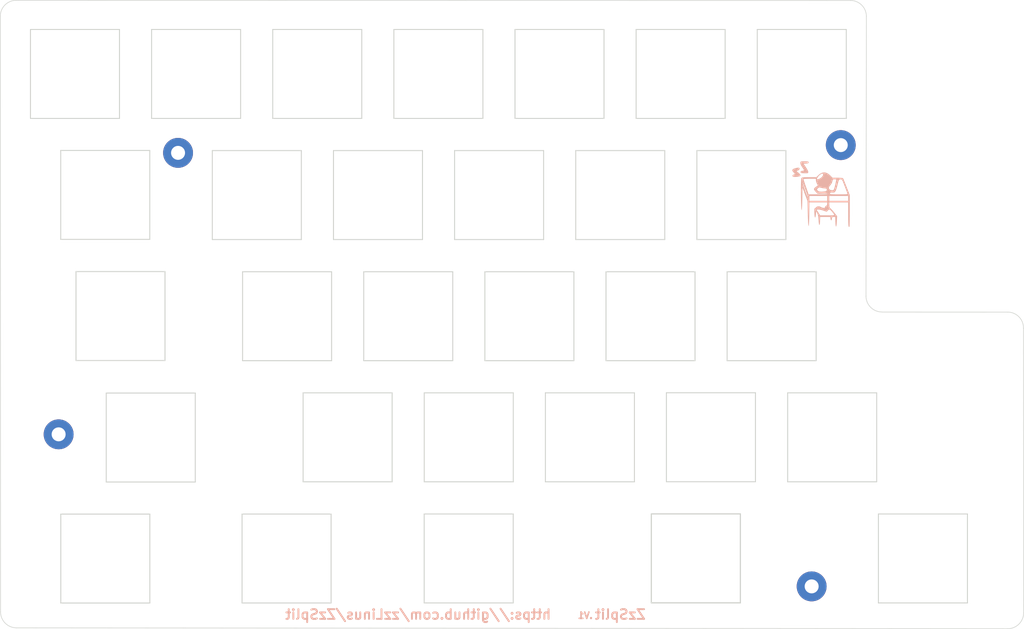
<source format=kicad_pcb>
(kicad_pcb (version 20211014) (generator pcbnew)
  (layers (0 "F.Cu" signal) (31 "B.Cu" signal) (34 "B.Paste" user) (35 "F.Paste" user) (36 "B.SilkS" user "B.Silkscreen") (37 "F.SilkS" user "F.Silkscreen") (38 "B.Mask" user) (39 "F.Mask" user) (44 "Edge.Cuts" user))
  (net 0 "")
  (footprint "SofleKeyboard-footprint:HOLE_M2_TH" (layer "F.Cu") (at 64.695 104.325)
    (fp_text reference "TH5" hide)
    (fp_text value "HOLE" hide)
    (pad "" thru_hole circle locked (at -0.025 -0.075 90) (size 4.7 4.7) (drill 2.2) (layers *.Cu *.Mask "Dwgs.User") (clearance 0.3))
  )
  (footprint "SofleKeyboard-footprint:HOLE_M2_TH" (layer "F.Cu") (at 183.115 128.255)
    (fp_text reference "TH5" hide)
    (fp_text value "HOLE" hide)
    (pad "" thru_hole circle locked (at -0.025 -0.075 90) (size 4.7 4.7) (drill 2.2) (layers *.Cu *.Mask "Dwgs.User") (clearance 0.3))
  )
  (footprint "SofleKeyboard-footprint:HOLE_M2_TH" (layer "F.Cu") (at 187.695 58.805)
    (fp_text reference "TH5" hide)
    (fp_text value "HOLE" hide)
    (pad "" thru_hole circle locked (at -0.025 -0.075 90) (size 4.7 4.7) (drill 2.2) (layers *.Cu *.Mask "Dwgs.User") (clearance 0.3))
  )
  (footprint "SofleKeyboard-footprint:HOLE_M2_TH" (layer "F.Cu") (at 83.475 60.025)
    (fp_text reference "TH5" hide)
    (fp_text value "HOLE" hide)
    (pad "" thru_hole circle locked (at -0.025 -0.075 90) (size 4.7 4.7) (drill 2.2) (layers *.Cu *.Mask "Dwgs.User") (clearance 0.3))
  )
  (footprint "logo:melogo" (layer "B.Cu") (at 185.108729 66.481602 180)
    (fp_text reference ".V1" (at 37.62 -66.28) (layer "B.SilkS") (effects (font (thickness 0.25)) (justify mirror)))
    (fp_text value "LOGO" hide)
    (fp_poly (pts (xy 3.455836 5.204695) (xy 3.646913 5.188828) (xy 3.743141 5.145973) (xy 3.781761 5.062703) (xy 3.795033 4.968198) (xy 3.762767 4.733185) (xy 3.611161 4.42931) (xy 3.519867 4.290131) (xy 3.362275 4.052856) (xy 3.252843 3.871924) (xy 3.217334 3.793464) (xy 3.291434 3.747233) (xy 3.471898 3.711678) (xy 3.4925 3.709531) (xy 3.691798 3.663059) (xy 3.764529 3.557851) (xy 3.767667 3.513666) (xy 3.748606 3.421135) (xy 3.666753 3.366263) (xy 3.485099 3.33609) (xy 3.213746 3.319699) (xy 2.921156 3.315601) (xy 2.699055 3.329017) (xy 2.599912 3.354977) (xy 2.544407 3.477504) (xy 2.57921 3.663618) (xy 2.711955 3.935458) (xy 2.910003 4.25428) (xy 3.280006 4.81762) (xy 2.888836 4.842977) (xy 2.644975 4.87089) (xy 2.528522 4.926809) (xy 2.497709 5.031525) (xy 2.497667 5.037666) (xy 2.512665 5.124245) (xy 2.581053 5.175043) (xy 2.737921 5.199421) (xy 3.018363 5.206734) (xy 3.132667 5.207)) (layer "B.SilkS") (width 0) (fill solid))
    (fp_poly (pts (xy 4.252698 4.195565) (xy 4.544558 4.134646) (xy 4.879146 4.022368) (xy 5.048686 3.884727) (xy 5.056409 3.715205) (xy 4.905549 3.507283) (xy 4.871855 3.474641) (xy 4.70334 3.294272) (xy 4.673693 3.186457) (xy 4.781384 3.129078) (xy 4.847167 3.117388) (xy 5.00645 3.033278) (xy 5.037667 2.921) (xy 4.988988 2.804631) (xy 4.830969 2.745613) (xy 4.54564 2.741166) (xy 4.149424 2.78369) (xy 3.874383 2.850876) (xy 3.758868 2.958848) (xy 3.802051 3.114705) (xy 4.003098 3.325546) (xy 4.078643 3.388253) (xy 4.279557 3.554462) (xy 4.361036 3.646537) (xy 4.337248 3.694381) (xy 4.237835 3.72427) (xy 4.034359 3.820999) (xy 3.919651 3.967846) (xy 3.924373 4.118103) (xy 3.953794 4.156994) (xy 4.059995 4.204553)) (layer "B.SilkS") (width 0) (fill solid))
    (fp_poly (pts (xy 0.304961 3.434152) (xy 0.700635 3.242919) (xy 0.939954 3.039379) (xy 1.27 2.709333) (xy 2.410021 2.709333) (xy 2.872488 2.707462) (xy 3.194293 2.699266) (xy 3.404089 2.680869) (xy 3.530532 2.648398) (xy 3.602273 2.597975) (xy 3.638991 2.54313) (xy 3.663394 2.415885) (xy 3.682485 2.152403) (xy 3.696467 1.778) (xy 3.705544 1.317991) (xy 3.709922 0.797692) (xy 3.709803 0.242418) (xy 3.705393 -0.322514) (xy 3.696895 -0.871789) (xy 3.684514 -1.380091) (xy 3.668453 -1.822105) (xy 3.648918 -2.172515) (xy 3.626112 -2.406005) (xy 3.600239 -2.49726) (xy 3.598334 -2.497667) (xy 3.567225 -2.414946) (xy 3.539707 -2.174519) (xy 3.516503 -1.787989) (xy 3.498338 -1.266959) (xy 3.487293 -0.719667) (xy 3.460918 1.058333) (xy 3.06617 0) (xy 2.671422 -1.058334) (xy 2.626878 -3.02708) (xy 2.606005 -3.751089) (xy 2.580765 -4.311238) (xy 2.552538 -4.706912) (xy 2.522701 -4.937497) (xy 2.492634 -5.002374) (xy 2.463715 -4.900931) (xy 2.437321 -4.632549) (xy 2.414833 -4.196615) (xy 2.397628 -3.592512) (xy 2.390214 -3.132771) (xy 2.367427 -1.27) (xy -0.423333 -1.27) (xy -0.423333 -1.514125) (xy -0.38143 -1.715205) (xy -0.243003 -1.805408) (xy -0.110924 -1.889682) (xy -0.113346 -1.984616) (xy -0.085115 -2.075544) (xy 0.053282 -2.11746) (xy 0.249743 -2.109762) (xy 0.452169 -2.051846) (xy 0.555318 -1.99236) (xy 0.767488 -1.894455) (xy 1.002559 -1.870437) (xy 1.19089 -1.922071) (xy 1.244626 -1.974885) (xy 1.378989 -2.099862) (xy 1.463817 -2.142834) (xy 1.536811 -2.18963) (xy 1.579461 -2.286911) (xy 1.597286 -2.469359) (xy 1.595805 -2.771654) (xy 1.590817 -2.940782) (xy 1.566131 -3.321877) (xy 1.526087 -3.561565) (xy 1.477186 -3.653935) (xy 1.425931 -3.593076) (xy 1.378826 -3.373076) (xy 1.354667 -3.155443) (xy 1.312334 -2.667) (xy 1.143 -2.963334) (xy 1.043666 -3.20094) (xy 0.976885 -3.525855) (xy 0.935172 -3.976284) (xy 0.931334 -4.043582) (xy 0.898119 -4.454037) (xy 0.854546 -4.717403) (xy 0.806533 -4.829457) (xy 0.760002 -4.785977) (xy 0.720873 -4.582742) (xy 0.695066 -4.215529) (xy 0.694939 -4.212167) (xy 0.670211 -3.556) (xy -0.920604 -3.556) (xy -0.947135 -3.831167) (xy -0.988026 -4.0186) (xy -1.051977 -4.105578) (xy -1.058333 -4.106334) (xy -1.123155 -4.032173) (xy -1.16733 -3.851586) (xy -1.169531 -3.831167) (xy -1.208126 -3.640151) (xy -1.306795 -3.566125) (xy -1.44152 -3.556) (xy -1.686979 -3.556) (xy -1.711323 -4.318469) (xy -1.731281 -4.668434) (xy -1.763497 -4.929355) (xy -1.803201 -5.067852) (xy -1.820333 -5.081499) (xy -1.86142 -5.002656) (xy -1.90089 -4.787747) (xy -1.933633 -4.470007) (xy -1.947333 -4.25553) (xy -1.989666 -3.429) (xy -1.817356 -3.214764) (xy -1.513681 -3.214764) (xy -1.442627 -3.274122) (xy -1.248135 -3.298814) (xy -0.91453 -3.303297) (xy -0.472949 -3.302) (xy 0.67237 -3.302) (xy 0.957256 -2.8575) (xy 1.242141 -2.413) (xy 0.992883 -2.385784) (xy 0.784726 -2.399807) (xy 0.487187 -2.463238) (xy 0.193192 -2.552887) (xy -0.35724 -2.747206) (xy -0.509691 -2.558936) (xy -0.670402 -2.409188) (xy -0.823969 -2.395238) (xy -1.001319 -2.523201) (xy -1.143 -2.684138) (xy -1.348191 -2.934229) (xy -1.476977 -3.106285) (xy -1.513681 -3.214764) (xy -1.817356 -3.214764) (xy -1.4898 -2.807508) (xy -1.259697 -2.53134) (xy -1.058681 -2.308018) (xy -0.91647 -2.16975) (xy -0.875967 -2.142283) (xy -0.796667 -2.023758) (xy -0.762974 -1.754558) (xy -0.762 -1.684275) (xy -0.762 -1.27) (xy -3.725333 -1.27) (xy -3.725333 -3.170003) (xy -3.727996 -3.83522) (xy -3.737003 -4.345963) (xy -3.753881 -4.717026) (xy -3.780157 -4.9632) (xy -3.817359 -5.099278) (xy -3.867012 -5.140052) (xy -3.925191 -5.105921) (xy -3.938977 -5.010579) (xy -3.951469 -4.767524) (xy -3.962203 -4.398373) (xy -3.970714 -3.924744) (xy -3.976538 -3.368255) (xy -3.979212 -2.750522) (xy -3.979333 -2.584793) (xy -3.979333 -1.016) (xy -3.725333 -1.016) (xy -0.762 -1.016) (xy -0.423333 -1.016) (xy 2.370667 -1.016) (xy 2.370667 -0.374555) (xy 2.624667 -0.374555) (xy 2.637044 -0.423976) (xy 2.677875 -0.369297) (xy 2.75271 -0.197333) (xy 2.867099 0.105098) (xy 3.026591 0.551178) (xy 3.087543 0.724935) (xy 3.228164 1.135563) (xy 3.342572 1.485973) (xy 3.421665 1.746958) (xy 3.456338 1.889309) (xy 3.455782 1.90644) (xy 3.42023 1.842009) (xy 3.341683 1.651434) (xy 3.232488 1.368605) (xy 3.104994 1.027411) (xy 2.971549 0.661741) (xy 2.844502 0.305486) (xy 2.736199 -0.007465) (xy 2.658991 -0.243222) (xy 2.625225 -0.367895) (xy 2.624667 -0.374555) (xy 2.370667 -0.374555) (xy 2.370667 -0.254) (xy -0.423333 -0.254) (xy -0.423333 -1.016) (xy -0.762 -1.016) (xy -0.762 -0.254) (xy -3.725333 -0.254) (xy -3.725333 -1.016) (xy -3.979333 -1.016) (xy -3.979333 -0.117808) (xy -3.896931 0.093574) (xy -3.614333 0.093574) (xy -3.578919 0.054278) (xy -3.477168 0.027789) (xy -3.286344 0.011619) (xy -2.98371 0.003277) (xy -2.546529 0.000276) (xy -2.252725 0) (xy -1.72019 0.00239) (xy -1.335614 0.010752) (xy -1.077673 0.026875) (xy -0.925045 0.052548) (xy -0.887358 0.072869) (xy -0.508 0.072869) (xy -0.427822 0.049468) (xy -0.205224 0.029252) (xy 0.132892 0.013513) (xy 0.559623 0.003546) (xy 0.994834 0.000579) (xy 2.497667 0.001159) (xy 2.900236 1.164746) (xy 3.043073 1.581835) (xy 3.163549 1.941692) (xy 3.251795 2.214208) (xy 3.297942 2.369272) (xy 3.302403 2.391833) (xy 3.223149 2.416834) (xy 3.00802 2.437201) (xy 2.690452 2.450754) (xy 2.328334 2.455333) (xy 1.354667 2.455333) (xy 1.354667 2.221179) (xy 1.313999 1.988159) (xy 1.214491 1.726878) (xy 1.198513 1.695859) (xy 1.04236 1.404694) (xy 1.296402 1.231514) (xy 1.551623 1.034267) (xy 1.657776 0.867686) (xy 1.619708 0.691832) (xy 1.442261 0.466766) (xy 1.395174 0.4172) (xy 1.058334 0.067981) (xy 0.275167 0.106859) (xy -0.065105 0.116468) (xy -0.330707 0.110109) (xy -0.484507 0.089394) (xy -0.508 0.072869) (xy -0.887358 0.072869) (xy -0.856406 0.089558) (xy -0.846666 0.117941) (xy -0.917684 0.252362) (xy -1.114788 0.299034) (xy -1.275366 0.282667) (xy -1.466712 0.276512) (xy -1.62082 0.351812) (xy -1.751359 0.528926) (xy -1.798283 0.645332) (xy -0.36168 0.645332) (xy -0.289556 0.544187) (xy -0.169333 0.49909) (xy 0.041569 0.462424) (xy 0.332789 0.437121) (xy 0.473711 0.431773) (xy 0.771943 0.445274) (xy 0.962218 0.510997) (xy 1.061038 0.595655) (xy 1.162315 0.724993) (xy 1.151523 0.821161) (xy 1.035992 0.948971) (xy 0.900437 1.060929) (xy 0.762297 1.086535) (xy 0.547085 1.03766) (xy 0.523509 1.030649) (xy 0.234229 0.964387) (xy -0.04094 0.931978) (xy -0.073323 0.931333) (xy -0.260839 0.907544) (xy -0.350672 0.849964) (xy -0.351366 0.846666) (xy -0.36168 0.645332) (xy -1.798283 0.645332) (xy -1.872003 0.828214) (xy -1.996423 1.270039) (xy -2.03007 1.406601) (xy -2.128447 1.806642) (xy -2.202591 2.071116) (xy -2.267183 2.229254) (xy -2.328958 2.301056) (xy -1.847393 2.301056) (xy -1.827329 2.156766) (xy -1.82542 2.149122) (xy -1.768719 1.895866) (xy -1.723814 1.662289) (xy -1.668779 1.412496) (xy -1.586859 1.109106) (xy -1.558072 1.01381) (xy -1.478422 0.783094) (xy -1.397022 0.675178) (xy -1.263996 0.650513) (xy -1.113841 0.661566) (xy -0.87857 0.709973) (xy -0.75223 0.82012) (xy -0.712175 0.908093) (xy -0.682475 1.063094) (xy -0.736631 1.208126) (xy -0.897123 1.400695) (xy -0.910122 1.414485) (xy -1.143781 1.750504) (xy -1.238444 2.037982) (xy -1.284848 2.252365) (xy -1.365057 2.346911) (xy -1.529927 2.370255) (xy -1.586333 2.370666) (xy -1.780797 2.359628) (xy -1.847393 2.301056) (xy -2.328958 2.301056) (xy -2.336904 2.310292) (xy -2.426437 2.34346) (xy -2.505648 2.353541) (xy -2.610148 2.358692) (xy -2.692607 2.333679) (xy -2.768762 2.253916) (xy -2.85435 2.09482) (xy -2.965107 1.831805) (xy -3.116772 1.440289) (xy -3.156017 1.337541) (xy -3.309093 0.935815) (xy -3.443334 0.582114) (xy -3.545504 0.31141) (xy -3.602367 0.158677) (xy -3.606148 0.148166) (xy -3.614333 0.093574) (xy -3.896931 0.093574) (xy -3.480292 1.162352) (xy -3.308222 1.600596) (xy -3.154669 1.985778) (xy -3.031301 2.289083) (xy -2.949787 2.481696) (xy -2.924962 2.533589) (xy -2.814607 2.577493) (xy -2.563264 2.608501) (xy -2.198987 2.623651) (xy -2.061784 2.624666) (xy -1.254896 2.624667) (xy -0.889871 3.00025) (xy -0.811586 3.062639) (xy 0.218748 3.062639) (xy 0.284733 2.901099) (xy 0.412827 2.736002) (xy 0.602418 2.57981) (xy 0.813875 2.453079) (xy 1.007569 2.376362) (xy 1.143869 2.370213) (xy 1.185017 2.434166) (xy 1.124667 2.605772) (xy 0.974981 2.824236) (xy 0.781069 3.033471) (xy 0.588044 3.177388) (xy 0.586683 3.178094) (xy 0.350894 3.261255) (xy 0.224903 3.2197) (xy 0.218748 3.062639) (xy -0.811586 3.062639) (xy -0.497871 3.312655) (xy -0.097068 3.457344)) (layer "B.SilkS") (width 0) (fill solid))
  )
  (gr_line (start 60.238729 40.531602) (end 74.238729 40.531602) (layer "Edge.Cuts") (width 0.15))
  (gr_line (start 79.288729 54.531602) (end 79.288729 40.531602) (layer "Edge.Cuts") (width 0.15))
  (gr_line (start 121.888729 59.591602) (end 121.888729 73.591602) (layer "Edge.Cuts") (width 0.15))
  (gr_line (start 150.748729 92.661602) (end 164.748729 92.661602) (layer "Edge.Cuts") (width 0.15))
  (gr_line (start 160.248729 111.711602) (end 174.248729 111.711602) (layer "Edge.Cuts") (width 0.15))
  (gr_arc (start 216.428729 132.331602) (mid 215.69 134.11) (end 213.908649 134.841582) (layer "Edge.Cuts") (width 0.1))
  (gr_line (start 131.698729 92.661602) (end 131.698729 78.661602) (layer "Edge.Cuts") (width 0.15))
  (gr_line (start 112.338729 40.531602) (end 112.338729 54.531602) (layer "Edge.Cuts") (width 0.15))
  (gr_line (start 141.218729 97.721602) (end 155.218729 97.721602) (layer "Edge.Cuts") (width 0.15))
  (gr_line (start 122.168729 97.721602) (end 136.168729 97.721602) (layer "Edge.Cuts") (width 0.15))
  (gr_arc (start 194.138729 84.991602) (mid 192.370962 84.259369) (end 191.638729 82.491602) (layer "Edge.Cuts") (width 0.1))
  (gr_line (start 136.438729 40.531602) (end 150.438729 40.531602) (layer "Edge.Cuts") (width 0.15))
  (gr_line (start 93.518729 116.791602) (end 107.518729 116.791602) (layer "Edge.Cuts") (width 0.15))
  (gr_line (start 136.438729 54.531602) (end 150.438729 54.531602) (layer "Edge.Cuts") (width 0.15))
  (gr_line (start 122.168729 111.721602) (end 122.168729 97.721602) (layer "Edge.Cuts") (width 0.15))
  (gr_line (start 102.838729 59.591602) (end 102.838729 73.591602) (layer "Edge.Cuts") (width 0.15))
  (gr_line (start 157.878729 130.771602) (end 157.878729 116.771602) (layer "Edge.Cuts") (width 0.15))
  (gr_line (start 107.518729 116.791602) (end 107.518729 130.791602) (layer "Edge.Cuts") (width 0.15))
  (gr_line (start 140.938729 59.591602) (end 140.938729 73.591602) (layer "Edge.Cuts") (width 0.15))
  (gr_line (start 191.697436 38.465843) (end 191.638729 82.491602) (layer "Edge.Cuts") (width 0.1))
  (gr_line (start 93.288729 40.531602) (end 93.288729 54.531602) (layer "Edge.Cuts") (width 0.15))
  (gr_line (start 65.008729 130.801602) (end 65.008729 116.801602) (layer "Edge.Cuts") (width 0.15))
  (gr_line (start 93.518729 130.791602) (end 107.518729 130.791602) (layer "Edge.Cuts") (width 0.15))
  (gr_line (start 171.878729 116.771602) (end 171.878729 130.771602) (layer "Edge.Cuts") (width 0.15))
  (gr_line (start 98.338729 40.531602) (end 112.338729 40.531602) (layer "Edge.Cuts") (width 0.15))
  (gr_line (start 165.038729 59.591602) (end 179.038729 59.591602) (layer "Edge.Cuts") (width 0.15))
  (gr_line (start 88.838729 73.591602) (end 102.838729 73.591602) (layer "Edge.Cuts") (width 0.15))
  (gr_line (start 64.998729 73.571602) (end 64.998729 59.571602) (layer "Edge.Cuts") (width 0.15))
  (gr_line (start 169.488729 40.531602) (end 169.488729 54.531602) (layer "Edge.Cuts") (width 0.15))
  (gr_line (start 131.388729 40.531602) (end 131.388729 54.531602) (layer "Edge.Cuts") (width 0.15))
  (gr_line (start 136.438729 54.531602) (end 136.438729 40.531602) (layer "Edge.Cuts") (width 0.15))
  (gr_line (start 160.248729 111.711602) (end 160.248729 97.711602) (layer "Edge.Cuts") (width 0.15))
  (gr_line (start 155.218729 97.721602) (end 155.218729 111.721602) (layer "Edge.Cuts") (width 0.15))
  (gr_line (start 145.988729 59.591602) (end 159.988729 59.591602) (layer "Edge.Cuts") (width 0.15))
  (gr_line (start 157.878729 116.771602) (end 171.878729 116.771602) (layer "Edge.Cuts") (width 0.15))
  (gr_line (start 117.388729 54.531602) (end 117.388729 40.531602) (layer "Edge.Cuts") (width 0.15))
  (gr_line (start 98.338729 54.531602) (end 112.338729 54.531602) (layer "Edge.Cuts") (width 0.15))
  (gr_line (start 81.398729 78.631602) (end 81.398729 92.631602) (layer "Edge.Cuts") (width 0.15))
  (gr_line (start 93.598729 78.661602) (end 107.598729 78.661602) (layer "Edge.Cuts") (width 0.15))
  (gr_line (start 122.158729 116.781602) (end 136.158729 116.781602) (layer "Edge.Cuts") (width 0.15))
  (gr_line (start 93.598729 92.661602) (end 107.598729 92.661602) (layer "Edge.Cuts") (width 0.15))
  (gr_line (start 79.008729 116.801602) (end 79.008729 130.801602) (layer "Edge.Cuts") (width 0.15))
  (gr_line (start 193.588729 116.781602) (end 207.588729 116.781602) (layer "Edge.Cuts") (width 0.15))
  (gr_line (start 171.878729 116.771602) (end 171.878729 130.771602) (layer "Edge.Cuts") (width 0.15))
  (gr_line (start 216.408729 87.561602) (end 216.438729 132.331602) (layer "Edge.Cuts") (width 0.1))
  (gr_line (start 65.008729 130.801602) (end 79.008729 130.801602) (layer "Edge.Cuts") (width 0.15))
  (gr_line (start 169.798729 92.661602) (end 183.798729 92.661602) (layer "Edge.Cuts") (width 0.15))
  (gr_line (start 155.488729 40.531602) (end 169.488729 40.531602) (layer "Edge.Cuts") (width 0.15))
  (gr_line (start 160.248729 97.711602) (end 174.248729 97.711602) (layer "Edge.Cuts") (width 0.15))
  (gr_arc (start 55.498729 38.441602) (mid 56.230962 36.673835) (end 57.998729 35.941602) (layer "Edge.Cuts") (width 0.1))
  (gr_line (start 60.238729 54.531602) (end 60.238729 40.531602) (layer "Edge.Cuts") (width 0.15))
  (gr_line (start 74.238729 40.531602) (end 74.238729 54.531602) (layer "Edge.Cuts") (width 0.15))
  (gr_line (start 183.798729 78.661602) (end 183.798729 92.661602) (layer "Edge.Cuts") (width 0.15))
  (gr_line (start 165.038729 73.591602) (end 165.038729 59.591602) (layer "Edge.Cuts") (width 0.15))
  (gr_line (start 117.388729 40.531602) (end 131.388729 40.531602) (layer "Edge.Cuts") (width 0.15))
  (gr_line (start 141.218729 111.721602) (end 155.218729 111.721602) (layer "Edge.Cuts") (width 0.15))
  (gr_line (start 65.008729 116.801602) (end 79.008729 116.801602) (layer "Edge.Cuts") (width 0.15))
  (gr_line (start 145.988729 73.591602) (end 145.988729 59.591602) (layer "Edge.Cuts") (width 0.15))
  (gr_line (start 131.698729 92.661602) (end 145.698729 92.661602) (layer "Edge.Cuts") (width 0.15))
  (gr_line (start 60.238729 54.531602) (end 74.238729 54.531602) (layer "Edge.Cuts") (width 0.15))
  (gr_line (start 164.748729 78.661602) (end 164.748729 92.661602) (layer "Edge.Cuts") (width 0.15))
  (gr_line (start 150.748729 92.661602) (end 150.748729 78.661602) (layer "Edge.Cuts") (width 0.15))
  (gr_line (start 136.168729 97.721602) (end 136.168729 111.721602) (layer "Edge.Cuts") (width 0.15))
  (gr_line (start 157.878729 130.771602) (end 171.878729 130.771602) (layer "Edge.Cuts") (width 0.15))
  (gr_line (start 193.588729 130.781602) (end 207.588729 130.781602) (layer "Edge.Cuts") (width 0.15))
  (gr_arc (start 58.038729 134.701602) (mid 56.270962 133.969369) (end 55.538729 132.201602) (layer "Edge.Cuts") (width 0.1))
  (gr_line (start 193.318729 97.721602) (end 193.318729 111.721602) (layer "Edge.Cuts") (width 0.15))
  (gr_line (start 126.938729 73.591602) (end 140.938729 73.591602) (layer "Edge.Cuts") (width 0.15))
  (gr_line (start 107.888729 73.591602) (end 121.888729 73.591602) (layer "Edge.Cuts") (width 0.15))
  (gr_line (start 67.398729 92.631602) (end 81.398729 92.631602) (layer "Edge.Cuts") (width 0.15))
  (gr_line (start 213.908649 134.841582) (end 58.038729 134.701602) (layer "Edge.Cuts") (width 0.1))
  (gr_line (start 112.648729 78.661602) (end 126.648729 78.661602) (layer "Edge.Cuts") (width 0.15))
  (gr_line (start 72.158729 97.751602) (end 86.158729 97.751602) (layer "Edge.Cuts") (width 0.15))
  (gr_line (start 141.218729 111.721602) (end 141.218729 97.721602) (layer "Edge.Cuts") (width 0.15))
  (gr_line (start 136.158729 116.781602) (end 136.158729 130.781602) (layer "Edge.Cuts") (width 0.15))
  (gr_line (start 155.488729 54.531602) (end 169.488729 54.531602) (layer "Edge.Cuts") (width 0.15))
  (gr_line (start 122.158729 130.781602) (end 122.158729 116.781602) (layer "Edge.Cuts") (width 0.15))
  (gr_line (start 126.938729 73.591602) (end 126.938729 59.591602) (layer "Edge.Cuts") (width 0.15))
  (gr_line (start 112.648729 92.661602) (end 112.648729 78.661602) (layer "Edge.Cuts") (width 0.15))
  (gr_line (start 93.518729 130.791602) (end 93.518729 116.791602) (layer "Edge.Cuts") (width 0.15))
  (gr_line (start 88.838729 73.591602) (end 88.838729 59.591602) (layer "Edge.Cuts") (width 0.15))
  (gr_line (start 67.398729 78.631602) (end 81.398729 78.631602) (layer "Edge.Cuts") (width 0.15))
  (gr_line (start 131.698729 78.661602) (end 145.698729 78.661602) (layer "Edge.Cuts") (width 0.15))
  (gr_line (start 117.388729 54.531602) (end 131.388729 54.531602) (layer "Edge.Cuts") (width 0.15))
  (gr_line (start 179.318729 111.721602) (end 193.318729 111.721602) (layer "Edge.Cuts") (width 0.15))
  (gr_line (start 207.588729 116.781602) (end 207.588729 130.781602) (layer "Edge.Cuts") (width 0.15))
  (gr_line (start 145.988729 73.591602) (end 159.988729 73.591602) (layer "Edge.Cuts") (width 0.15))
  (gr_line (start 107.598729 78.661602) (end 107.598729 92.661602) (layer "Edge.Cuts") (width 0.15))
  (gr_line (start 122.168729 111.721602) (end 136.168729 111.721602) (layer "Edge.Cuts") (width 0.15))
  (gr_line (start 103.118729 111.721602) (end 117.118729 111.721602) (layer "Edge.Cuts") (width 0.15))
  (gr_line (start 122.158729 130.781602) (end 136.158729 130.781602) (layer "Edge.Cuts") (width 0.15))
  (gr_line (start 98.338729 54.531602) (end 98.338729 40.531602) (layer "Edge.Cuts") (width 0.15))
  (gr_line (start 103.118729 97.721602) (end 117.118729 97.721602) (layer "Edge.Cuts") (width 0.15))
  (gr_arc (start 213.91871 85.011603) (mid 215.700013 85.76722) (end 216.398729 87.571602) (layer "Edge.Cuts") (width 0.1))
  (gr_line (start 72.158729 111.751602) (end 72.158729 97.751602) (layer "Edge.Cuts") (width 0.15))
  (gr_line (start 57.998729 35.941602) (end 189.207417 35.965844) (layer "Edge.Cuts") (width 0.1))
  (gr_line (start 174.538729 54.531602) (end 188.538729 54.531602) (layer "Edge.Cuts") (width 0.15))
  (gr_line (start 88.838729 59.591602) (end 102.838729 59.591602) (layer "Edge.Cuts") (width 0.15))
  (gr_line (start 78.998729 59.571602) (end 78.998729 73.571602) (layer "Edge.Cuts") (width 0.15))
  (gr_line (start 194.10871 85.001603) (end 213.91871 85.011603) (layer "Edge.Cuts") (width 0.1))
  (gr_line (start 174.538729 40.531602) (end 188.538729 40.531602) (layer "Edge.Cuts") (width 0.15))
  (gr_line (start 179.318729 111.721602) (end 179.318729 97.721602) (layer "Edge.Cuts") (width 0.15))
  (gr_line (start 64.998729 59.571602) (end 78.998729 59.571602) (layer "Edge.Cuts") (width 0.15))
  (gr_line (start 55.498729 38.441602) (end 55.538729 132.201602) (layer "Edge.Cuts") (width 0.1))
  (gr_line (start 174.538729 54.531602) (end 174.538729 40.531602) (layer "Edge.Cuts") (width 0.15))
  (gr_line (start 86.158729 97.751602) (end 86.158729 111.751602) (layer "Edge.Cuts") (width 0.15))
  (gr_line (start 64.998729 73.571602) (end 78.998729 73.571602) (layer "Edge.Cuts") (width 0.15))
  (gr_line (start 107.888729 73.591602) (end 107.888729 59.591602) (layer "Edge.Cuts") (width 0.15))
  (gr_line (start 79.288729 54.531602) (end 93.288729 54.531602) (layer "Edge.Cuts") (width 0.15))
  (gr_line (start 67.398729 92.631602) (end 67.398729 78.631602) (layer "Edge.Cuts") (width 0.15))
  (gr_line (start 145.698729 78.661602) (end 145.698729 92.661602) (layer "Edge.Cuts") (width 0.15))
  (gr_line (start 179.038729 59.591602) (end 179.038729 73.591602) (layer "Edge.Cuts") (width 0.15))
  (gr_line (start 150.748729 78.661602) (end 164.748729 78.661602) (layer "Edge.Cuts") (width 0.15))
  (gr_line (start 169.798729 78.661602) (end 183.798729 78.661602) (layer "Edge.Cuts") (width 0.15))
  (gr_line (start 188.538729 40.531602) (end 188.538729 54.531602) (layer "Edge.Cuts") (width 0.15))
  (gr_line (start 126.648729 78.661602) (end 126.648729 92.661602) (layer "Edge.Cuts") (width 0.15))
  (gr_line (start 103.118729 111.721602) (end 103.118729 97.721602) (layer "Edge.Cuts") (width 0.15))
  (gr_arc (start 189.207417 35.965844) (mid 190.968727 36.701604) (end 191.697436 38.465843) (layer "Edge.Cuts") (width 0.1))
  (gr_line (start 193.588729 130.781602) (end 193.588729 116.781602) (layer "Edge.Cuts") (width 0.15))
  (gr_line (start 159.988729 59.591602) (end 159.988729 73.591602) (layer "Edge.Cuts") (width 0.15))
  (gr_line (start 165.038729 73.591602) (end 179.038729 73.591602) (layer "Edge.Cuts") (width 0.15))
  (gr_line (start 72.158729 111.751602) (end 86.158729 111.751602) (layer "Edge.Cuts") (width 0.15))
  (gr_line (start 157.878729 130.771602) (end 171.878729 130.771602) (layer "Edge.Cuts") (width 0.15))
  (gr_line (start 79.288729 40.531602) (end 93.288729 40.531602) (layer "Edge.Cuts") (width 0.15))
  (gr_line (start 155.488729 54.531602) (end 155.488729 40.531602) (layer "Edge.Cuts") (width 0.15))
  (gr_line (start 169.798729 92.661602) (end 169.798729 78.661602) (layer "Edge.Cuts") (width 0.15))
  (gr_line (start 93.598729 92.661602) (end 93.598729 78.661602) (layer "Edge.Cuts") (width 0.15))
  (gr_line (start 179.318729 97.721602) (end 193.318729 97.721602) (layer "Edge.Cuts") (width 0.15))
  (gr_line (start 112.648729 92.661602) (end 126.648729 92.661602) (layer "Edge.Cuts") (width 0.15))
  (gr_line (start 150.438729 40.531602) (end 150.438729 54.531602) (layer "Edge.Cuts") (width 0.15))
  (gr_line (start 126.938729 59.591602) (end 140.938729 59.591602) (layer "Edge.Cuts") (width 0.15))
  (gr_line (start 157.878729 130.771602) (end 157.878729 116.771602) (layer "Edge.Cuts") (width 0.15))
  (gr_line (start 157.878729 116.771602) (end 171.878729 116.771602) (layer "Edge.Cuts") (width 0.15))
  (gr_line (start 174.248729 97.711602) (end 174.248729 111.711602) (layer "Edge.Cuts") (width 0.15))
  (gr_line (start 117.118729 97.721602) (end 117.118729 111.721602) (layer "Edge.Cuts") (width 0.15))
  (gr_line (start 107.888729 59.591602) (end 121.888729 59.591602) (layer "Edge.Cuts") (width 0.15))
  (gr_text "ZzSplit      https://github.com/zzLinus/ZzSplit" (at 128.648729 132.601602) (layer "B.SilkS") (effects (font (size 1.524 1.524) (thickness 0.3)) (justify mirror)))
)
</source>
